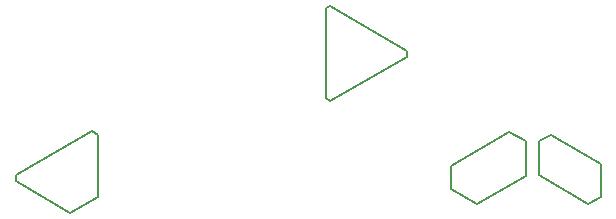
<source format=gbr>
G04 #@! TF.GenerationSoftware,KiCad,Pcbnew,(5.1.10)-1*
G04 #@! TF.CreationDate,2021-06-26T09:27:45-04:00*
G04 #@! TF.ProjectId,Main,4d61696e-2e6b-4696-9361-645f70636258,5*
G04 #@! TF.SameCoordinates,Original*
G04 #@! TF.FileFunction,OtherDrawing,Comment*
%FSLAX46Y46*%
G04 Gerber Fmt 4.6, Leading zero omitted, Abs format (unit mm)*
G04 Created by KiCad (PCBNEW (5.1.10)-1) date 2021-06-26 09:27:45*
%MOMM*%
%LPD*%
G01*
G04 APERTURE LIST*
%ADD10C,0.150000*%
G04 APERTURE END LIST*
D10*
X184800000Y-109150000D02*
X184800000Y-106300000D01*
X188900000Y-111600000D02*
X184800000Y-109150000D01*
X190000000Y-111000000D02*
X188900000Y-111600000D01*
X190000000Y-108200000D02*
X190000000Y-111000000D01*
X185800000Y-105750000D02*
X190000000Y-108200000D01*
X184800000Y-106300000D02*
X185800000Y-105750000D01*
X177350000Y-110350000D02*
X177350000Y-108350000D01*
X179500000Y-111600000D02*
X177350000Y-110350000D01*
X183650000Y-109200000D02*
X179500000Y-111600000D01*
X183650000Y-106300000D02*
X183650000Y-109200000D01*
X182250000Y-105500000D02*
X183650000Y-106300000D01*
X177350000Y-108350000D02*
X182250000Y-105500000D01*
X167050000Y-94850000D02*
X166700000Y-95000000D01*
X173600000Y-98650000D02*
X167050000Y-94850000D01*
X173600000Y-99150000D02*
X173600000Y-98650000D01*
X167050000Y-102900000D02*
X173600000Y-99150000D01*
X166700000Y-102650000D02*
X167050000Y-102900000D01*
X166700000Y-95000000D02*
X166700000Y-102650000D01*
X140450000Y-109650000D02*
X140450000Y-109100000D01*
X145050000Y-112350000D02*
X140450000Y-109650000D01*
X147450000Y-111000000D02*
X145050000Y-112350000D01*
X147450000Y-105750000D02*
X147450000Y-111000000D01*
X146900000Y-105450000D02*
X147450000Y-105750000D01*
X140450000Y-109100000D02*
X146900000Y-105450000D01*
M02*

</source>
